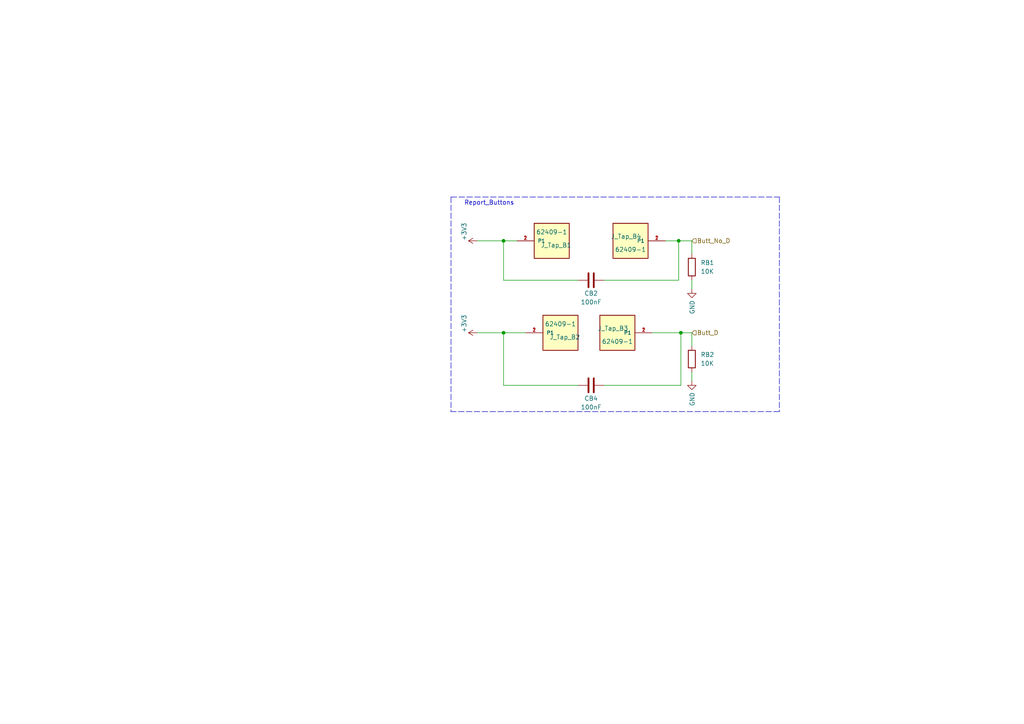
<source format=kicad_sch>
(kicad_sch (version 20211123) (generator eeschema)
  (paper "A4")
  (lib_symbols
    (symbol "Connector_Faston:62409-1" (pin_names (offset 1.016))
      (property "Reference" "J" (at -5.08 5.08 0))
      (property "Value" "62409-1" (at -5.08 -7.62 0))
      (symbol "62409-1_0_0"
        (rectangle (start -5.08 -5.08) (end 5.08 5.08) (stroke (width 0.254)) (fill (type background)))
        (pin passive line (at -10.16 0 0) (length 5.08) (name "P1") (number "1"))
        (pin passive line (at -10.16 0 0) (length 5.08) (name "P1") (number "2"))
      )
    )
    (symbol "Device:C" (pin_numbers hide) (pin_names (offset 0.254))
      (property "Reference" "C" (at 0.635 2.54 0))
      (property "Value" "C" (at 0.635 -2.54 0))
      (symbol "C_0_1"
        (polyline (pts (xy -2.032 -0.762) (xy 2.032 -0.762)) (stroke (width 0.508)))
        (polyline (pts (xy -2.032 0.762) (xy 2.032 0.762)) (stroke (width 0.508)))
      )
      (symbol "C_1_1"
        (pin passive line (at 0 3.81 270) (length 2.794) (name "~") (number "1"))
        (pin passive line (at 0 -3.81 90) (length 2.794) (name "~") (number "2"))
      )
    )
    (symbol "Device:R" (pin_numbers hide) (pin_names (offset 0))
      (property "Reference" "R" (at 2.032 0 90))
      (property "Value" "R" (at 0 0 90))
      (symbol "R_0_1"
        (rectangle (start -1.016 -2.54) (end 1.016 2.54) (stroke (width 0.254)))
      )
      (symbol "R_1_1"
        (pin passive line (at 0 3.81 270) (length 1.27) (name "~") (number "1"))
        (pin passive line (at 0 -3.81 90) (length 1.27) (name "~") (number "2"))
      )
    )
    (symbol "power:+3.3V" (power) (pin_names (offset 0))
      (property "Value" "+3.3V" (at 0 3.556 0))
      (symbol "+3.3V_0_1"
        (polyline (pts (xy -0.762 1.27) (xy 0 2.54)))
        (polyline (pts (xy 0 0) (xy 0 2.54)))
        (polyline (pts (xy 0 2.54) (xy 0.762 1.27)))
      )
      (symbol "+3.3V_1_1"
        (pin power_in line (at 0 0 90) (length 0) hide (name "+3V3") (number "1"))
      )
    )
    (symbol "power:GND" (power) (pin_names (offset 0))
      (property "Value" "GND" (at 0 -3.81 0))
      (symbol "GND_0_1"
        (polyline (pts (xy 0 0) (xy 0 -1.27) (xy 1.27 -1.27) (xy 0 -2.54) (xy -1.27 -1.27) (xy 0 -1.27)))
      )
      (symbol "GND_1_1"
        (pin power_in line (at 0 0 270) (length 0) hide (name "GND") (number "1"))
      )
    )
  )
  (junction (at 196.85 69.85))
  (junction (at 146.05 69.85))
  (junction (at 197.485 96.52))
  (junction (at 146.05 96.52))
  (polyline (pts (xy 130.81 57.15) (xy 226.06 57.15)))
  (wire (pts (xy 200.66 69.85) (xy 200.66 73.66)))
  (wire (pts (xy 197.485 96.52) (xy 200.66 96.52)))
  (wire (pts (xy 189.23 96.52) (xy 197.485 96.52)))
  (wire (pts (xy 196.85 81.28) (xy 196.85 69.85)))
  (wire (pts (xy 175.26 111.76) (xy 197.485 111.76)))
  (wire (pts (xy 138.43 69.85) (xy 146.05 69.85)))
  (wire (pts (xy 193.04 69.85) (xy 196.85 69.85)))
  (wire (pts (xy 197.485 111.76) (xy 197.485 96.52)))
  (wire (pts (xy 175.26 81.28) (xy 196.85 81.28)))
  (wire (pts (xy 200.66 96.52) (xy 200.66 100.33)))
  (wire (pts (xy 138.43 96.52) (xy 146.05 96.52)))
  (polyline (pts (xy 130.81 57.15) (xy 130.81 119.38)))
  (wire (pts (xy 146.05 111.76) (xy 146.05 96.52)))
  (wire (pts (xy 146.05 81.28) (xy 167.64 81.28)))
  (wire (pts (xy 152.4 96.52) (xy 146.05 96.52)))
  (wire (pts (xy 146.05 81.28) (xy 146.05 69.85)))
  (wire (pts (xy 200.66 81.28) (xy 200.66 83.82)))
  (wire (pts (xy 146.05 111.76) (xy 167.64 111.76)))
  (wire (pts (xy 196.85 69.85) (xy 200.66 69.85)))
  (wire (pts (xy 146.05 69.85) (xy 149.86 69.85)))
  (polyline (pts (xy 226.06 57.15) (xy 226.06 119.38)))
  (wire (pts (xy 200.66 107.95) (xy 200.66 110.49)))
  (polyline (pts (xy 226.06 119.38) (xy 130.81 119.38)))
  (text "Report_Buttons\n" (at 134.62 59.69 0) (effects (font (size 1.27 1.27)) (justify left bottom)))
  (hierarchical_label "Butt_No_D" (shape input) (at 200.66 69.85 0))
  (hierarchical_label "Butt_D" (shape input) (at 200.66 96.52 0))
  (symbol (lib_id "Device:C") (at 171.45 81.28 90) (unit 1)
    (property "Reference" "CB2" (at 171.45 85.09 90))
    (property "Value" "100nF" (at 171.45 87.63 90))
    (property "Footprint" "Capacitor_SMD:C_0805_2012Metric_Pad1.18x1.45mm_HandSolder" (effects hide))
  )
  (symbol (lib_id "Device:R") (at 200.66 77.47 180) (unit 1)
    (property "Reference" "RB1" (at 203.2 76.1999 0) (effects (justify right)))
    (property "Value" "10K" (at 203.2 78.7399 0) (effects (justify right)))
    (property "Footprint" "Resistor_SMD:R_0805_2012Metric_Pad1.20x1.40mm_HandSolder" (effects hide))
  )
  (symbol (lib_id "Connector_Faston:62409-1") (at 162.56 96.52 0) (unit 1)
    (property "Reference" "J_Tap_B2" (at 163.83 97.79 0))
    (property "Value" "62409-1" (at 162.56 93.98 0))
    (property "Footprint" "TE_62409-1" (effects hide))
    (property "Comment" "62409-1" (effects hide))
  )
  (symbol (lib_id "Connector_Faston:62409-1") (at 160.02 69.85 0) (unit 1)
    (property "Reference" "J_Tap_B1" (at 161.29 71.12 0))
    (property "Value" "62409-1" (at 160.02 67.31 0))
    (property "Footprint" "TE_62409-1" (effects hide))
    (property "Comment" "62409-1" (effects hide))
  )
  (symbol (lib_id "power:GND") (at 200.66 83.82 0) (unit 1)
    (property "Reference" "#PWR0150" (effects hide))
    (property "Value" "GND" (at 200.787 87.0712 90) (effects (justify right)))
  )
  (symbol (lib_id "power:+3.3V") (at 138.43 69.85 90) (unit 1)
    (property "Reference" "#PWR0151" (effects hide))
    (property "Value" "+3.3V" (at 134.62 69.85 0) (effects (justify left)))
  )
  (symbol (lib_id "Connector_Faston:62409-1") (at 179.07 96.52 180) (unit 1)
    (property "Reference" "J_Tap_B3" (at 177.8 95.25 0))
    (property "Value" "62409-1" (at 179.07 99.06 0))
    (property "Footprint" "TE_62409-1" (effects hide))
    (property "Comment" "62409-1" (effects hide))
  )
  (symbol (lib_id "Device:R") (at 200.66 104.14 180) (unit 1)
    (property "Reference" "RB2" (at 203.2 102.8699 0) (effects (justify right)))
    (property "Value" "10K" (at 203.2 105.4099 0) (effects (justify right)))
    (property "Footprint" "Resistor_SMD:R_0805_2012Metric_Pad1.20x1.40mm_HandSolder" (effects hide))
  )
  (symbol (lib_id "Connector_Faston:62409-1") (at 182.88 69.85 180) (unit 1)
    (property "Reference" "J_Tap_B4" (at 181.61 68.58 0))
    (property "Value" "62409-1" (at 182.88 72.39 0))
    (property "Footprint" "TE_62409-1" (effects hide))
    (property "Comment" "62409-1" (effects hide))
  )
  (symbol (lib_id "Device:C") (at 171.45 111.76 90) (unit 1)
    (property "Reference" "CB4" (at 171.45 115.57 90))
    (property "Value" "100nF" (at 171.45 118.11 90))
    (property "Footprint" "Capacitor_SMD:C_0805_2012Metric_Pad1.18x1.45mm_HandSolder" (effects hide))
  )
  (symbol (lib_id "power:GND") (at 200.66 110.49 0) (unit 1)
    (property "Reference" "#PWR0149" (effects hide))
    (property "Value" "GND" (at 200.787 113.7412 90) (effects (justify right)))
  )
  (symbol (lib_id "power:+3.3V") (at 138.43 96.52 90) (unit 1)
    (property "Reference" "#PWR0152" (effects hide))
    (property "Value" "+3.3V" (at 134.62 96.52 0) (effects (justify left)))
  )
)
</source>
